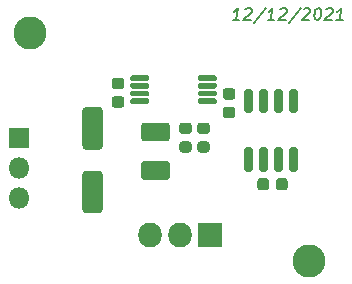
<source format=gbr>
%TF.GenerationSoftware,KiCad,Pcbnew,5.1.6-c6e7f7d~87~ubuntu18.04.1*%
%TF.CreationDate,2021-12-22T00:50:18-08:00*%
%TF.ProjectId,portable-voltage-regulator,706f7274-6162-46c6-952d-766f6c746167,rev?*%
%TF.SameCoordinates,Original*%
%TF.FileFunction,Soldermask,Top*%
%TF.FilePolarity,Negative*%
%FSLAX46Y46*%
G04 Gerber Fmt 4.6, Leading zero omitted, Abs format (unit mm)*
G04 Created by KiCad (PCBNEW 5.1.6-c6e7f7d~87~ubuntu18.04.1) date 2021-12-22 00:50:18*
%MOMM*%
%LPD*%
G01*
G04 APERTURE LIST*
%ADD10C,0.150000*%
%ADD11O,2.005000X2.100000*%
%ADD12R,2.005000X2.100000*%
%ADD13O,1.800000X1.800000*%
%ADD14R,1.800000X1.800000*%
%ADD15C,2.800000*%
G04 APERTURE END LIST*
D10*
X161031776Y-86050380D02*
X160460348Y-86050380D01*
X160746062Y-86050380D02*
X160871062Y-85050380D01*
X160757967Y-85193238D01*
X160650824Y-85288476D01*
X160549633Y-85336095D01*
X161525824Y-85145619D02*
X161579395Y-85098000D01*
X161680586Y-85050380D01*
X161918681Y-85050380D01*
X162007967Y-85098000D01*
X162049633Y-85145619D01*
X162085348Y-85240857D01*
X162073443Y-85336095D01*
X162007967Y-85478952D01*
X161365110Y-86050380D01*
X161984157Y-86050380D01*
X163257967Y-85002761D02*
X162240110Y-86288476D01*
X163984157Y-86050380D02*
X163412729Y-86050380D01*
X163698443Y-86050380D02*
X163823443Y-85050380D01*
X163710348Y-85193238D01*
X163603205Y-85288476D01*
X163502014Y-85336095D01*
X164478205Y-85145619D02*
X164531776Y-85098000D01*
X164632967Y-85050380D01*
X164871062Y-85050380D01*
X164960348Y-85098000D01*
X165002014Y-85145619D01*
X165037729Y-85240857D01*
X165025824Y-85336095D01*
X164960348Y-85478952D01*
X164317491Y-86050380D01*
X164936538Y-86050380D01*
X166210348Y-85002761D02*
X165192491Y-86288476D01*
X166478205Y-85145619D02*
X166531776Y-85098000D01*
X166632967Y-85050380D01*
X166871062Y-85050380D01*
X166960348Y-85098000D01*
X167002014Y-85145619D01*
X167037729Y-85240857D01*
X167025824Y-85336095D01*
X166960348Y-85478952D01*
X166317491Y-86050380D01*
X166936538Y-86050380D01*
X167680586Y-85050380D02*
X167775824Y-85050380D01*
X167865110Y-85098000D01*
X167906776Y-85145619D01*
X167942491Y-85240857D01*
X167966300Y-85431333D01*
X167936538Y-85669428D01*
X167865110Y-85859904D01*
X167805586Y-85955142D01*
X167752014Y-86002761D01*
X167650824Y-86050380D01*
X167555586Y-86050380D01*
X167466300Y-86002761D01*
X167424633Y-85955142D01*
X167388919Y-85859904D01*
X167365110Y-85669428D01*
X167394872Y-85431333D01*
X167466300Y-85240857D01*
X167525824Y-85145619D01*
X167579395Y-85098000D01*
X167680586Y-85050380D01*
X168382967Y-85145619D02*
X168436538Y-85098000D01*
X168537729Y-85050380D01*
X168775824Y-85050380D01*
X168865110Y-85098000D01*
X168906776Y-85145619D01*
X168942491Y-85240857D01*
X168930586Y-85336095D01*
X168865110Y-85478952D01*
X168222252Y-86050380D01*
X168841300Y-86050380D01*
X169793681Y-86050380D02*
X169222252Y-86050380D01*
X169507967Y-86050380D02*
X169632967Y-85050380D01*
X169519872Y-85193238D01*
X169412729Y-85288476D01*
X169311538Y-85336095D01*
%TO.C,U2*%
G36*
G01*
X165433000Y-96827000D02*
X165783000Y-96827000D01*
G75*
G02*
X165958000Y-97002000I0J-175000D01*
G01*
X165958000Y-98702000D01*
G75*
G02*
X165783000Y-98877000I-175000J0D01*
G01*
X165433000Y-98877000D01*
G75*
G02*
X165258000Y-98702000I0J175000D01*
G01*
X165258000Y-97002000D01*
G75*
G02*
X165433000Y-96827000I175000J0D01*
G01*
G37*
G36*
G01*
X164163000Y-96827000D02*
X164513000Y-96827000D01*
G75*
G02*
X164688000Y-97002000I0J-175000D01*
G01*
X164688000Y-98702000D01*
G75*
G02*
X164513000Y-98877000I-175000J0D01*
G01*
X164163000Y-98877000D01*
G75*
G02*
X163988000Y-98702000I0J175000D01*
G01*
X163988000Y-97002000D01*
G75*
G02*
X164163000Y-96827000I175000J0D01*
G01*
G37*
G36*
G01*
X162893000Y-96827000D02*
X163243000Y-96827000D01*
G75*
G02*
X163418000Y-97002000I0J-175000D01*
G01*
X163418000Y-98702000D01*
G75*
G02*
X163243000Y-98877000I-175000J0D01*
G01*
X162893000Y-98877000D01*
G75*
G02*
X162718000Y-98702000I0J175000D01*
G01*
X162718000Y-97002000D01*
G75*
G02*
X162893000Y-96827000I175000J0D01*
G01*
G37*
G36*
G01*
X161623000Y-96827000D02*
X161973000Y-96827000D01*
G75*
G02*
X162148000Y-97002000I0J-175000D01*
G01*
X162148000Y-98702000D01*
G75*
G02*
X161973000Y-98877000I-175000J0D01*
G01*
X161623000Y-98877000D01*
G75*
G02*
X161448000Y-98702000I0J175000D01*
G01*
X161448000Y-97002000D01*
G75*
G02*
X161623000Y-96827000I175000J0D01*
G01*
G37*
G36*
G01*
X161623000Y-91877000D02*
X161973000Y-91877000D01*
G75*
G02*
X162148000Y-92052000I0J-175000D01*
G01*
X162148000Y-93752000D01*
G75*
G02*
X161973000Y-93927000I-175000J0D01*
G01*
X161623000Y-93927000D01*
G75*
G02*
X161448000Y-93752000I0J175000D01*
G01*
X161448000Y-92052000D01*
G75*
G02*
X161623000Y-91877000I175000J0D01*
G01*
G37*
G36*
G01*
X162893000Y-91877000D02*
X163243000Y-91877000D01*
G75*
G02*
X163418000Y-92052000I0J-175000D01*
G01*
X163418000Y-93752000D01*
G75*
G02*
X163243000Y-93927000I-175000J0D01*
G01*
X162893000Y-93927000D01*
G75*
G02*
X162718000Y-93752000I0J175000D01*
G01*
X162718000Y-92052000D01*
G75*
G02*
X162893000Y-91877000I175000J0D01*
G01*
G37*
G36*
G01*
X164163000Y-91877000D02*
X164513000Y-91877000D01*
G75*
G02*
X164688000Y-92052000I0J-175000D01*
G01*
X164688000Y-93752000D01*
G75*
G02*
X164513000Y-93927000I-175000J0D01*
G01*
X164163000Y-93927000D01*
G75*
G02*
X163988000Y-93752000I0J175000D01*
G01*
X163988000Y-92052000D01*
G75*
G02*
X164163000Y-91877000I175000J0D01*
G01*
G37*
G36*
G01*
X165433000Y-91877000D02*
X165783000Y-91877000D01*
G75*
G02*
X165958000Y-92052000I0J-175000D01*
G01*
X165958000Y-93752000D01*
G75*
G02*
X165783000Y-93927000I-175000J0D01*
G01*
X165433000Y-93927000D01*
G75*
G02*
X165258000Y-93752000I0J175000D01*
G01*
X165258000Y-92052000D01*
G75*
G02*
X165433000Y-91877000I175000J0D01*
G01*
G37*
%TD*%
%TO.C,C2*%
G36*
G01*
X149174375Y-97017000D02*
X148005625Y-97017000D01*
G75*
G02*
X147740000Y-96751375I0J265625D01*
G01*
X147740000Y-93682625D01*
G75*
G02*
X148005625Y-93417000I265625J0D01*
G01*
X149174375Y-93417000D01*
G75*
G02*
X149440000Y-93682625I0J-265625D01*
G01*
X149440000Y-96751375D01*
G75*
G02*
X149174375Y-97017000I-265625J0D01*
G01*
G37*
G36*
G01*
X149174375Y-102417000D02*
X148005625Y-102417000D01*
G75*
G02*
X147740000Y-102151375I0J265625D01*
G01*
X147740000Y-99082625D01*
G75*
G02*
X148005625Y-98817000I265625J0D01*
G01*
X149174375Y-98817000D01*
G75*
G02*
X149440000Y-99082625I0J-265625D01*
G01*
X149440000Y-102151375D01*
G75*
G02*
X149174375Y-102417000I-265625J0D01*
G01*
G37*
%TD*%
%TO.C,U1*%
G36*
G01*
X157523000Y-91098000D02*
X157523000Y-90848000D01*
G75*
G02*
X157648000Y-90723000I125000J0D01*
G01*
X158973000Y-90723000D01*
G75*
G02*
X159098000Y-90848000I0J-125000D01*
G01*
X159098000Y-91098000D01*
G75*
G02*
X158973000Y-91223000I-125000J0D01*
G01*
X157648000Y-91223000D01*
G75*
G02*
X157523000Y-91098000I0J125000D01*
G01*
G37*
G36*
G01*
X157523000Y-91748000D02*
X157523000Y-91498000D01*
G75*
G02*
X157648000Y-91373000I125000J0D01*
G01*
X158973000Y-91373000D01*
G75*
G02*
X159098000Y-91498000I0J-125000D01*
G01*
X159098000Y-91748000D01*
G75*
G02*
X158973000Y-91873000I-125000J0D01*
G01*
X157648000Y-91873000D01*
G75*
G02*
X157523000Y-91748000I0J125000D01*
G01*
G37*
G36*
G01*
X157523000Y-92398000D02*
X157523000Y-92148000D01*
G75*
G02*
X157648000Y-92023000I125000J0D01*
G01*
X158973000Y-92023000D01*
G75*
G02*
X159098000Y-92148000I0J-125000D01*
G01*
X159098000Y-92398000D01*
G75*
G02*
X158973000Y-92523000I-125000J0D01*
G01*
X157648000Y-92523000D01*
G75*
G02*
X157523000Y-92398000I0J125000D01*
G01*
G37*
G36*
G01*
X157523000Y-93048000D02*
X157523000Y-92798000D01*
G75*
G02*
X157648000Y-92673000I125000J0D01*
G01*
X158973000Y-92673000D01*
G75*
G02*
X159098000Y-92798000I0J-125000D01*
G01*
X159098000Y-93048000D01*
G75*
G02*
X158973000Y-93173000I-125000J0D01*
G01*
X157648000Y-93173000D01*
G75*
G02*
X157523000Y-93048000I0J125000D01*
G01*
G37*
G36*
G01*
X151798000Y-93048000D02*
X151798000Y-92798000D01*
G75*
G02*
X151923000Y-92673000I125000J0D01*
G01*
X153248000Y-92673000D01*
G75*
G02*
X153373000Y-92798000I0J-125000D01*
G01*
X153373000Y-93048000D01*
G75*
G02*
X153248000Y-93173000I-125000J0D01*
G01*
X151923000Y-93173000D01*
G75*
G02*
X151798000Y-93048000I0J125000D01*
G01*
G37*
G36*
G01*
X151798000Y-92398000D02*
X151798000Y-92148000D01*
G75*
G02*
X151923000Y-92023000I125000J0D01*
G01*
X153248000Y-92023000D01*
G75*
G02*
X153373000Y-92148000I0J-125000D01*
G01*
X153373000Y-92398000D01*
G75*
G02*
X153248000Y-92523000I-125000J0D01*
G01*
X151923000Y-92523000D01*
G75*
G02*
X151798000Y-92398000I0J125000D01*
G01*
G37*
G36*
G01*
X151798000Y-91748000D02*
X151798000Y-91498000D01*
G75*
G02*
X151923000Y-91373000I125000J0D01*
G01*
X153248000Y-91373000D01*
G75*
G02*
X153373000Y-91498000I0J-125000D01*
G01*
X153373000Y-91748000D01*
G75*
G02*
X153248000Y-91873000I-125000J0D01*
G01*
X151923000Y-91873000D01*
G75*
G02*
X151798000Y-91748000I0J125000D01*
G01*
G37*
G36*
G01*
X151798000Y-91098000D02*
X151798000Y-90848000D01*
G75*
G02*
X151923000Y-90723000I125000J0D01*
G01*
X153248000Y-90723000D01*
G75*
G02*
X153373000Y-90848000I0J-125000D01*
G01*
X153373000Y-91098000D01*
G75*
G02*
X153248000Y-91223000I-125000J0D01*
G01*
X151923000Y-91223000D01*
G75*
G02*
X151798000Y-91098000I0J125000D01*
G01*
G37*
%TD*%
D11*
%TO.C,Q1*%
X153416000Y-104267000D03*
X155956000Y-104267000D03*
D12*
X158496000Y-104267000D03*
%TD*%
D13*
%TO.C,J1*%
X142367000Y-101092000D03*
X142367000Y-98552000D03*
D14*
X142367000Y-96012000D03*
%TD*%
%TO.C,C4*%
G36*
G01*
X159865750Y-93391000D02*
X160428250Y-93391000D01*
G75*
G02*
X160672000Y-93634750I0J-243750D01*
G01*
X160672000Y-94122250D01*
G75*
G02*
X160428250Y-94366000I-243750J0D01*
G01*
X159865750Y-94366000D01*
G75*
G02*
X159622000Y-94122250I0J243750D01*
G01*
X159622000Y-93634750D01*
G75*
G02*
X159865750Y-93391000I243750J0D01*
G01*
G37*
G36*
G01*
X159865750Y-91816000D02*
X160428250Y-91816000D01*
G75*
G02*
X160672000Y-92059750I0J-243750D01*
G01*
X160672000Y-92547250D01*
G75*
G02*
X160428250Y-92791000I-243750J0D01*
G01*
X159865750Y-92791000D01*
G75*
G02*
X159622000Y-92547250I0J243750D01*
G01*
X159622000Y-92059750D01*
G75*
G02*
X159865750Y-91816000I243750J0D01*
G01*
G37*
%TD*%
%TO.C,C3*%
G36*
G01*
X150467750Y-92502000D02*
X151030250Y-92502000D01*
G75*
G02*
X151274000Y-92745750I0J-243750D01*
G01*
X151274000Y-93233250D01*
G75*
G02*
X151030250Y-93477000I-243750J0D01*
G01*
X150467750Y-93477000D01*
G75*
G02*
X150224000Y-93233250I0J243750D01*
G01*
X150224000Y-92745750D01*
G75*
G02*
X150467750Y-92502000I243750J0D01*
G01*
G37*
G36*
G01*
X150467750Y-90927000D02*
X151030250Y-90927000D01*
G75*
G02*
X151274000Y-91170750I0J-243750D01*
G01*
X151274000Y-91658250D01*
G75*
G02*
X151030250Y-91902000I-243750J0D01*
G01*
X150467750Y-91902000D01*
G75*
G02*
X150224000Y-91658250I0J243750D01*
G01*
X150224000Y-91170750D01*
G75*
G02*
X150467750Y-90927000I243750J0D01*
G01*
G37*
%TD*%
%TO.C,C1*%
G36*
G01*
X154882333Y-96330000D02*
X152965667Y-96330000D01*
G75*
G02*
X152699000Y-96063333I0J266667D01*
G01*
X152699000Y-94996667D01*
G75*
G02*
X152965667Y-94730000I266667J0D01*
G01*
X154882333Y-94730000D01*
G75*
G02*
X155149000Y-94996667I0J-266667D01*
G01*
X155149000Y-96063333D01*
G75*
G02*
X154882333Y-96330000I-266667J0D01*
G01*
G37*
G36*
G01*
X154882333Y-99580000D02*
X152965667Y-99580000D01*
G75*
G02*
X152699000Y-99313333I0J266667D01*
G01*
X152699000Y-98246667D01*
G75*
G02*
X152965667Y-97980000I266667J0D01*
G01*
X154882333Y-97980000D01*
G75*
G02*
X155149000Y-98246667I0J-266667D01*
G01*
X155149000Y-99313333D01*
G75*
G02*
X154882333Y-99580000I-266667J0D01*
G01*
G37*
%TD*%
%TO.C,R3*%
G36*
G01*
X163530000Y-99667750D02*
X163530000Y-100230250D01*
G75*
G02*
X163286250Y-100474000I-243750J0D01*
G01*
X162798750Y-100474000D01*
G75*
G02*
X162555000Y-100230250I0J243750D01*
G01*
X162555000Y-99667750D01*
G75*
G02*
X162798750Y-99424000I243750J0D01*
G01*
X163286250Y-99424000D01*
G75*
G02*
X163530000Y-99667750I0J-243750D01*
G01*
G37*
G36*
G01*
X165105000Y-99667750D02*
X165105000Y-100230250D01*
G75*
G02*
X164861250Y-100474000I-243750J0D01*
G01*
X164373750Y-100474000D01*
G75*
G02*
X164130000Y-100230250I0J243750D01*
G01*
X164130000Y-99667750D01*
G75*
G02*
X164373750Y-99424000I243750J0D01*
G01*
X164861250Y-99424000D01*
G75*
G02*
X165105000Y-99667750I0J-243750D01*
G01*
G37*
%TD*%
%TO.C,R2*%
G36*
G01*
X158269250Y-95712000D02*
X157706750Y-95712000D01*
G75*
G02*
X157463000Y-95468250I0J243750D01*
G01*
X157463000Y-94980750D01*
G75*
G02*
X157706750Y-94737000I243750J0D01*
G01*
X158269250Y-94737000D01*
G75*
G02*
X158513000Y-94980750I0J-243750D01*
G01*
X158513000Y-95468250D01*
G75*
G02*
X158269250Y-95712000I-243750J0D01*
G01*
G37*
G36*
G01*
X158269250Y-97287000D02*
X157706750Y-97287000D01*
G75*
G02*
X157463000Y-97043250I0J243750D01*
G01*
X157463000Y-96555750D01*
G75*
G02*
X157706750Y-96312000I243750J0D01*
G01*
X158269250Y-96312000D01*
G75*
G02*
X158513000Y-96555750I0J-243750D01*
G01*
X158513000Y-97043250D01*
G75*
G02*
X158269250Y-97287000I-243750J0D01*
G01*
G37*
%TD*%
%TO.C,R1*%
G36*
G01*
X156182750Y-96312000D02*
X156745250Y-96312000D01*
G75*
G02*
X156989000Y-96555750I0J-243750D01*
G01*
X156989000Y-97043250D01*
G75*
G02*
X156745250Y-97287000I-243750J0D01*
G01*
X156182750Y-97287000D01*
G75*
G02*
X155939000Y-97043250I0J243750D01*
G01*
X155939000Y-96555750D01*
G75*
G02*
X156182750Y-96312000I243750J0D01*
G01*
G37*
G36*
G01*
X156182750Y-94737000D02*
X156745250Y-94737000D01*
G75*
G02*
X156989000Y-94980750I0J-243750D01*
G01*
X156989000Y-95468250D01*
G75*
G02*
X156745250Y-95712000I-243750J0D01*
G01*
X156182750Y-95712000D01*
G75*
G02*
X155939000Y-95468250I0J243750D01*
G01*
X155939000Y-94980750D01*
G75*
G02*
X156182750Y-94737000I243750J0D01*
G01*
G37*
%TD*%
D15*
%TO.C,H1*%
X166878000Y-106426000D03*
%TD*%
%TO.C,H2*%
X143256000Y-87122000D03*
%TD*%
M02*

</source>
